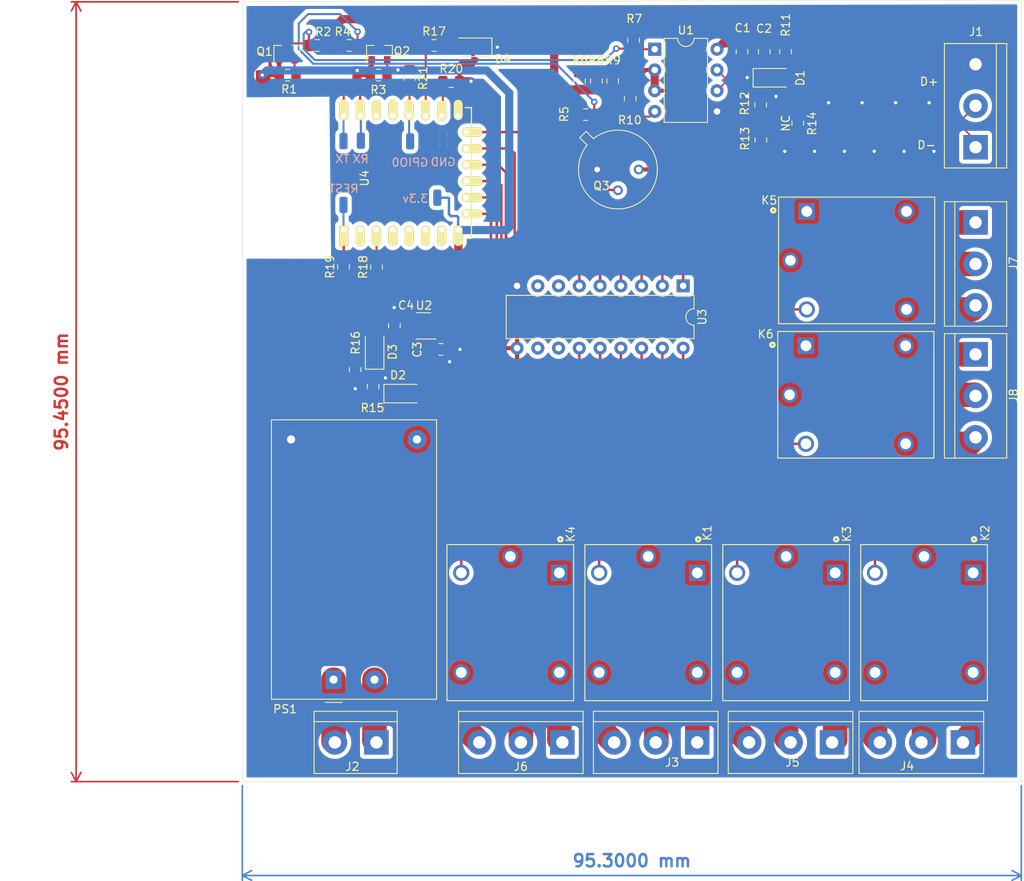
<source format=kicad_pcb>
(kicad_pcb (version 20211014) (generator pcbnew)
  (layers (0 "F.Cu" signal) (31 "B.Cu" signal) (34 "B.Paste" user) (35 "F.Paste" user) (36 "B.SilkS" user "B.Silkscreen") (37 "F.SilkS" user "F.Silkscreen") (38 "B.Mask" user) (39 "F.Mask" user) (44 "Edge.Cuts" user))
  (net 0 "")
  (net 1 "GND")
  (net 2 "+5V")
  (net 3 "+3V3")
  (net 4 "Net-(D1-Pad2)")
  (net 5 "Net-(D2-Pad1)")
  (net 6 "Net-(D3-Pad1)")
  (net 7 "Net-(D4-Pad2)")
  (net 8 "/MAX485CIRCUIT/RS485-")
  (net 9 "/MAX485CIRCUIT/RS485+")
  (net 10 "Net-(J2-Pad2)")
  (net 11 "Net-(J2-Pad1)")
  (net 12 "Net-(J3-Pad3)")
  (net 13 "Net-(J3-Pad2)")
  (net 14 "Net-(J3-Pad1)")
  (net 15 "Net-(J4-Pad3)")
  (net 16 "Net-(J4-Pad2)")
  (net 17 "Net-(J4-Pad1)")
  (net 18 "Net-(J5-Pad3)")
  (net 19 "Net-(J5-Pad2)")
  (net 20 "Net-(J5-Pad1)")
  (net 21 "Net-(J6-Pad3)")
  (net 22 "Net-(J6-Pad2)")
  (net 23 "Net-(J6-Pad1)")
  (net 24 "/relays/RELAY1")
  (net 25 "/relays/RELAY2")
  (net 26 "/relays/RELAY3")
  (net 27 "/relays/RELAY4")
  (net 28 "RX")
  (net 29 "TXD")
  (net 30 "TX")
  (net 31 "RXD")
  (net 32 "Net-(Q3-Pad2)")
  (net 33 "Net-(Q3-Pad3)")
  (net 34 "/maincontroller/GPIO2")
  (net 35 "/maincontroller/EN")
  (net 36 "/maincontroller/REST")
  (net 37 "/maincontroller/GPIO15")
  (net 38 "/maincontroller/GPIO0")
  (net 45 "GPIO16")
  (net 46 "GPIO12")
  (net 47 "GPIO14")
  (net 48 "GPIO13")
  (net 55 "Net-(J7-Pad3)")
  (net 56 "Net-(J7-Pad2)")
  (net 57 "Net-(J7-Pad1)")
  (net 58 "Net-(J8-Pad3)")
  (net 59 "Net-(J8-Pad2)")
  (net 60 "Net-(J8-Pad1)")
  (net 61 "GPIO10")
  (net 62 "GPIO11")
  (net 63 "/relays/RELAY6")
  (net 64 "/relays/RELAY5")
  (footprint "Capacitor_SMD:C_0805_2012Metric_Pad1.15x1.40mm_HandSolder" (layer "F.Cu") (at 162.975 49.65 -90)
    (fp_text reference "C1")
    (fp_text value "10uf")
  )
  (footprint "Capacitor_SMD:C_0805_2012Metric_Pad1.15x1.40mm_HandSolder" (layer "F.Cu") (at 165.7 49.65 -90)
    (fp_text reference "C2")
    (fp_text value "0.1uf")
  )
  (footprint "Resistor_SMD:R_0805_2012Metric_Pad1.15x1.40mm_HandSolder" (layer "F.Cu") (at 126.145 86.095)
    (fp_text reference "C3")
    (fp_text value "1uf" hide)
  )
  (footprint "Resistor_SMD:R_0805_2012Metric_Pad1.15x1.40mm_HandSolder" (layer "F.Cu") (at 120.45 83.2 90)
    (fp_text reference "C4")
    (fp_text value "1uf" hide)
  )
  (footprint "LED_SMD:LED_1206_3216Metric_Pad1.42x1.75mm_HandSolder" (layer "F.Cu") (at 166.8 52.85)
    (fp_text reference "D1")
    (fp_text value "LED_Small")
  )
  (footprint "LED_SMD:LED_1206_3216Metric_Pad1.42x1.75mm_HandSolder" (layer "F.Cu") (at 121.625 91.505)
    (fp_text reference "D2")
    (fp_text value "POWER_5LED" hide)
  )
  (footprint "LED_SMD:LED_1206_3216Metric_Pad1.42x1.75mm_HandSolder" (layer "F.Cu") (at 118.035 86.055 90)
    (fp_text reference "D3")
    (fp_text value "POWER_3.3LED")
  )
  (footprint "LED_SMD:LED_1206_3216Metric_Pad1.42x1.75mm_HandSolder" (layer "F.Cu") (at 129.92004 49.11008 180)
    (fp_text reference "D4")
    (fp_text value "LED")
  )
  (footprint "TerminalBlock:TerminalBlock_bornier-3_P5.08mm" (layer "F.Cu") (at 191.55 61.35 90)
    (fp_text reference "J1")
    (fp_text value "Screw_Terminal_01x03")
  )
  (footprint "TerminalBlock:TerminalBlock_bornier-2_P5.08mm" (layer "F.Cu") (at 118.251 134.2 180)
    (fp_text reference "J2")
    (fp_text value "Screw_Terminal_01x02")
  )
  (footprint "TerminalBlock:TerminalBlock_bornier-3_P5.08mm" (layer "F.Cu") (at 157.5 134.2 180)
    (fp_text reference "J3")
    (fp_text value "Screw_Terminal_01x03")
  )
  (footprint "TerminalBlock:TerminalBlock_bornier-3_P5.08mm" (layer "F.Cu") (at 190 134.2 180)
    (fp_text reference "J4")
    (fp_text value "Screw_Terminal_01x03")
  )
  (footprint "TerminalBlock:TerminalBlock_bornier-3_P5.08mm" (layer "F.Cu") (at 174 134.2 180)
    (fp_text reference "J5")
    (fp_text value "Screw_Terminal_01x03")
  )
  (footprint "TerminalBlock:TerminalBlock_bornier-3_P5.08mm" (layer "F.Cu") (at 141 134.2 180)
    (fp_text reference "J6")
    (fp_text value "Screw_Terminal_01x03")
  )
  (footprint "SRD-05VDC-SL-C:RELAY_SRD-05VDC-SL-C" (layer "F.Cu") (at 151.50549 119.54104 -90)
    (fp_text reference "K1")
    (fp_text value "SRD-05VDC-SL-C")
  )
  (footprint "SRD-05VDC-SL-C:RELAY_SRD-05VDC-SL-C" (layer "F.Cu") (at 185.25 119.54104 -90)
    (fp_text reference "K2")
    (fp_text value "SRD-05VDC-SL-C")
  )
  (footprint "SRD-05VDC-SL-C:RELAY_SRD-05VDC-SL-C" (layer "F.Cu") (at 168.377745 119.54104 -90)
    (fp_text reference "K3")
    (fp_text value "SRD-05VDC-SL-C")
  )
  (footprint "SRD-05VDC-SL-C:RELAY_SRD-05VDC-SL-C" (layer "F.Cu") (at 134.633235 119.54104 -90)
    (fp_text reference "K4")
    (fp_text value "SRD-05VDC-SL-C")
  )
  (footprint "Converter_ACDC:Converter_ACDC_HiLink_HLK-PMxx" (layer "F.Cu") (at 113.01098 126.51604 90)
    (fp_text reference "PS1")
    (fp_text value "HLK-PM01")
  )
  (footprint "Package_TO_SOT_SMD:SOT-23" (layer "F.Cu") (at 107.29024 49.64008 90)
    (fp_text reference "Q1")
    (fp_text value "BSS138")
  )
  (footprint "Package_TO_SOT_SMD:SOT-23" (layer "F.Cu") (at 118.62372 49.64008 90)
    (fp_text reference "Q2")
    (fp_text value "BSS138")
  )
  (footprint "Package_TO_SOT_THT:TO-39-3" (layer "F.Cu") (at 145.26 64.075)
    (fp_text reference "Q3")
    (fp_text value "2N2219")
  )
  (footprint "Resistor_SMD:R_0805_2012Metric_Pad1.15x1.40mm_HandSolder" (layer "F.Cu") (at 107.39024 52.53314)
    (fp_text reference "R1")
    (fp_text value "10k" hide)
  )
  (footprint "Resistor_SMD:R_0805_2012Metric_Pad1.15x1.40mm_HandSolder" (layer "F.Cu") (at 111.00466 48.89008 180)
    (fp_text reference "R2")
    (fp_text value "10k")
  )
  (footprint "Resistor_SMD:R_0805_2012Metric_Pad1.15x1.40mm_HandSolder" (layer "F.Cu") (at 118.52372 52.5179)
    (fp_text reference "R3")
    (fp_text value "10k")
  )
  (footprint "Resistor_SMD:R_0805_2012Metric_Pad1.15x1.40mm_HandSolder" (layer "F.Cu") (at 114.91626 48.89008)
    (fp_text reference "R4")
    (fp_text value "10k")
  )
  (footprint "Resistor_SMD:R_0805_2012Metric_Pad1.15x1.40mm_HandSolder" (layer "F.Cu") (at 143.85 57.35 180)
    (fp_text reference "R5")
    (fp_text value "1K")
  )
  (footprint "Resistor_SMD:R_0805_2012Metric_Pad1.15x1.40mm_HandSolder" (layer "F.Cu") (at 143.1 53.25 90)
    (fp_text reference "R6")
    (fp_text value "10K")
  )
  (footprint "Resistor_SMD:R_0805_2012Metric_Pad1.15x1.40mm_HandSolder" (layer "F.Cu") (at 149.7 48.25 -90)
    (fp_text reference "R7")
    (fp_text value "10K" hide)
  )
  (footprint "Resistor_SMD:R_0805_2012Metric_Pad1.15x1.40mm_HandSolder" (layer "F.Cu") (at 145.15 53.25 90)
    (fp_text reference "R8")
    (fp_text value "10K")
  )
  (footprint "Resistor_SMD:R_0805_2012Metric_Pad1.15x1.40mm_HandSolder" (layer "F.Cu") (at 147.15 53.25 90)
    (fp_text reference "R9")
    (fp_text value "10K")
  )
  (footprint "Resistor_SMD:R_0805_2012Metric_Pad1.15x1.40mm_HandSolder" (layer "F.Cu") (at 149.3 55.4 -90)
    (fp_text reference "R10")
    (fp_text value "10K")
  )
  (footprint "Resistor_SMD:R_0805_2012Metric_Pad1.15x1.40mm_HandSolder" (layer "F.Cu") (at 168.3 49.65 -90)
    (fp_text reference "R11")
    (fp_text value "1K")
  )
  (footprint "Resistor_SMD:R_0805_2012Metric_Pad1.15x1.40mm_HandSolder" (layer "F.Cu") (at 165.255 56.15 -90)
    (fp_text reference "R12")
    (fp_text value "20K")
  )
  (footprint "Resistor_SMD:R_0805_2012Metric_Pad1.15x1.40mm_HandSolder" (layer "F.Cu") (at 165.285 60.465 -90)
    (fp_text reference "R13")
    (fp_text value "20K")
  )
  (footprint "Resistor_SMD:R_0805_2012Metric_Pad1.15x1.40mm_HandSolder" (layer "F.Cu") (at 169.8 58.4 90)
    (fp_text reference "R14")
    (fp_text value "120NC")
  )
  (footprint "Resistor_SMD:R_0805_2012Metric_Pad1.15x1.40mm_HandSolder" (layer "F.Cu") (at 117.855 90.625 -90)
    (fp_text reference "R15")
    (fp_text value "330R" hide)
  )
  (footprint "Resistor_SMD:R_0805_2012Metric_Pad1.15x1.40mm_HandSolder" (layer "F.Cu") (at 115.655 88.575 90)
    (fp_text reference "R16")
    (fp_text value "330R" hide)
  )
  (footprint "Resistor_SMD:R_0805_2012Metric_Pad1.15x1.40mm_HandSolder" (layer "F.Cu") (at 125.3104 48.89008 180)
    (fp_text reference "R17")
    (fp_text value "1k")
  )
  (footprint "Resistor_SMD:R_0805_2012Metric_Pad1.15x1.40mm_HandSolder" (layer "F.Cu") (at 118.26906 76.0129 90)
    (fp_text reference "R18")
    (fp_text value "10K" hide)
  )
  (footprint "Resistor_SMD:R_0805_2012Metric_Pad1.15x1.40mm_HandSolder" (layer "F.Cu") (at 114.2322 75.9875 90)
    (fp_text reference "R19")
    (fp_text value "10K" hide)
  )
  (footprint "Resistor_SMD:R_0805_2012Metric_Pad1.15x1.40mm_HandSolder" (layer "F.Cu") (at 127.39782 53.31292)
    (fp_text reference "R20")
    (fp_text value "10K")
  )
  (footprint "Resistor_SMD:R_0805_2012Metric_Pad1.15x1.40mm_HandSolder" (layer "F.Cu") (at 122.30004 52.89636 -90)
    (fp_text reference "R21")
    (fp_text value "10K")
  )
  (footprint "Package_DIP:DIP-8_W7.62mm" (layer "F.Cu") (at 152.3 49.35)
    (fp_text reference "U1")
    (fp_text value "MAX485E")
  )
  (footprint "Package_TO_SOT_SMD:SOT-23-5" (layer "F.Cu") (at 123.99648 83.21602 180)
    (fp_text reference "U2")
    (fp_text value "AP2112K-3.3" hide)
  )
  (footprint "ESP8266:ESP-12E" (layer "F.Cu") (at 114.25586 71.48662 90)
    (fp_text reference "U4")
    (fp_text value "ESP-12E" hide)
  )
  (footprint "TerminalBlock:TerminalBlock_bornier-3_P5.08mm" (layer "F.Cu") (at 191.55 70.55 -90)
    (fp_text reference "J7")
    (fp_text value "Screw_Terminal_01x03")
  )
  (footprint "TerminalBlock:TerminalBlock_bornier-3_P5.08mm" (layer "F.Cu") (at 191.55 86.7 -90)
    (fp_text reference "J8")
    (fp_text value "Screw_Terminal_01x03")
  )
  (footprint "SRD-05VDC-SL-C:RELAY_SRD-05VDC-SL-C" (layer "F.Cu") (at 177 75.2)
    (fp_text reference "K5")
    (fp_text value "SRD-05VDC-SL-C")
  )
  (footprint "SRD-05VDC-SL-C:RELAY_SRD-05VDC-SL-C" (layer "F.Cu") (at 176.9 91.65)
    (fp_text reference "K6")
    (fp_text value "SRD-05VDC-SL-C")
  )
  (footprint "Package_DIP:DIP-18_W7.62mm" (layer "F.Cu") (at 155.7766 78.3154 -90)
    (fp_text reference "U3")
    (fp_text value "ULN2803A")
  )
  (footprint "Connector_Wire:SolderWirePad_1x01_SMD_1x2mm" (layer "B.Cu") (at 114.225 68.4 180)
    (fp_text reference "REST")
    (fp_text value "SolderWirePad_1x01_SMD_1x2mm")
  )
  (footprint "Connector_Wire:SolderWirePad_1x01_SMD_1x2mm" (layer "B.Cu") (at 114.225 60.6 180)
    (fp_text reference "TX")
    (fp_text value "SolderWirePad_1x01_SMD_1x2mm")
  )
  (footprint "Connector_Wire:SolderWirePad_1x01_SMD_1x2mm" (layer "B.Cu") (at 122.375 60.625 180)
    (fp_text reference "GPIO0")
    (fp_text value "SolderWirePad_1x01_SMD_1x2mm")
  )
  (footprint "Connector_Wire:SolderWirePad_1x01_SMD_1x2mm" (layer "B.Cu") (at 125.7 67.525 180)
    (fp_text reference "3.3v")
    (fp_text value "SolderWirePad_1x01_SMD_1x2mm")
  )
  (footprint "Connector_Wire:SolderWirePad_1x01_SMD_1x2mm" (layer "B.Cu") (at 116.35 60.55 180)
    (fp_text reference "RX")
    (fp_text value "SolderWirePad_1x01_SMD_1x2mm")
  )
  (footprint "Connector_Wire:SolderWirePad_1x01_SMD_1x2mm" (layer "B.Cu") (at 126.425 60.375 180)
    (fp_text reference "GND")
    (fp_text value "SolderWirePad_1x01_SMD_1x2mm")
  )
  (gr_line (start 197.15 139) (end 193.5 139) (layer "Edge.Cuts") (width 0.05))
  (gr_line (start 101.85 139) (end 101.85 43.55) (layer "Edge.Cuts") (width 0.05))
  (gr_line (start 197.15 43.35) (end 197.15 139) (layer "Edge.Cuts") (width 0.05))
  (gr_line (start 196.6 43.35) (end 197.15 43.35) (layer "Edge.Cuts") (width 0.05))
  (gr_line (start 101.85 43.55) (end 196.6 43.35) (layer "Edge.Cuts") (width 0.05))
  (gr_line (start 193.5 139) (end 101.85 139) (layer "Edge.Cuts") (width 0.05))
  (gr_text "NC" (at 168.325 58.405 90) (layer "F.SilkS") (effects (font (size 1 1))))
  (gr_text "D+" (at 185.8602 53.3118) (layer "F.SilkS") (effects (font (size 1 1))))
  (gr_text "D-\n" (at 185.55 61.075) (layer "F.SilkS") (effects (font (size 1 1))))
  (dimension (type aligned) (layer "F.Cu") (pts (xy 101.85 43.55) (xy 101.85 139)) (height 20.333) (gr_text "95.4500 mm" (at 79.717 91.275 90) (layer "F.Cu") (effects (font (size 1.5 1.5) (thickness 0.3)))) (format (units 3) (units_format 1) (precision 4)) (style (thickness 0.2) (arrow_length 1.27) (text_position_mode 0) (extension_height 0.58642) (extension_offset 0.5) keep_text_aligned))
  (dimension (type aligned) (layer "B.Cu") (pts (xy 101.85 139) (xy 197.15 139)) (height 11.4922) (gr_text "95.3000 mm" (at 149.5 148.6922) (layer "B.Cu") (effects (font (size 1.5 1.5) (thickness 0.3)))) (format (units 3) (units_format 1) (precision 4)) (style (thickness 0.2) (arrow_length 1.27) (text_position_mode 0) (extension_height 0.58642) (extension_offset 0.5) keep_text_aligned))
  (segment (start 126.81362 83.21602) (end 127.17 83.5724) (width 0.5) (layer "F.Cu") (net 1))
  (segment (start 131.40754 49.11008) (end 133.03992 49.11008) (width 1) (layer "F.Cu") (net 1))
  (segment (start 120.425 82.25) (end 120.425 80.975) (width 1) (layer "F.Cu") (net 1))
  (segment (start 125.09648 83.21602) (end 126.81362 83.21602) (width 0.5) (layer "F.Cu") (net 1))
  (segment (start 127.17 83.5724) (end 127.17 86.095) (width 0.5) (layer "F.Cu") (net 1))
  (segment (start 119.34 89.6) (end 119.355 89.585) (width 1) (layer "F.Cu") (net 1))
  (segment (start 117.855 89.6) (end 119.34 89.6) (width 1) (layer "F.Cu") (net 1))
  (segment (start 115.655 90.905) (end 115.655 89.6) (width 1) (layer "F.Cu") (net 1))
  (segment (start 128.46074 53.275) (end 129.825 53.275) (width 1) (layer "F.Cu") (net 1))
  (segment (start 127.205 87.605) (end 127.205 86.13) (width 1) (layer "F.Cu") (net 1))
  (segment (start 133.03992 49.11008) (end 133.05 49.1) (width 1) (layer "F.Cu") (net 1))
  (segment (start 117.855 89.6) (end 115.655 89.6) (width 1) (layer "F.Cu") (net 1))
  (segment (start 127.17 86.095) (end 128.475 86.095) (width 1) (layer "F.Cu") (net 1))
  (via (at 181.768532 55.9004) (size 0.8) (drill 0.4) (layers "F.Cu" "B.Cu") (net 1))
  (via (at 168.205 61.8462) (size 0.8) (drill 0.4) (layers "F.Cu" "B.Cu") (net 1))
  (via (at 186.455 61.8462) (size 0.8) (drill 0.4) (layers "F.Cu" "B.Cu") (net 1))
  (via (at 182.805 61.8462) (size 0.8) (drill 0.4) (layers "F.Cu" "B.Cu") (net 1))
  (via (at 163.615 52.815) (size 0.8) (drill 0.4) (layers "F.Cu" "B.Cu") (net 1))
  (via (at 133.05 49.1) (size 0.8) (drill 0.4) (layers "F.Cu" "B.Cu") (net 1))
  (via (at 173.5728 55.9004) (size 0.8) (drill 0.4) (layers "F.Cu" "B.Cu") (net 1))
  (via (at 177.670666 55.9004) (size 0.8) (drill 0.4) (layers "F.Cu" "B.Cu") (net 1))
  (via (at 179.155 61.8462) (size 0.8) (drill 0.4) (layers "F.Cu" "B.Cu") (net 1))
  (via (at 185.8664 55.9004) (size 0.8) (drill 0.4) (layers "F.Cu" "B.Cu") (net 1))
  (via (at 127.205 87.605) (size 0.8) (drill 0.4) (layers "F.Cu" "B.Cu") (net 1))
  (via (at 120.425 80.975) (size 0.8) (drill 0.4) (layers "F.Cu" "B.Cu") (net 1))
  (via (at 175.505 61.8462) (size 0.8) (drill 0.4) (layers "F.Cu" "B.Cu") (net 1))
  (via (at 163.565 55.105) (size 0.8) (drill 0.4) (layers "F.Cu" "B.Cu") (net 1))
  (via (at 167.135 55.125) (size 0.8) (drill 0.4) (layers "F.Cu" "B.Cu") (net 1))
  (via (at 171.855 61.8462) (size 0.8) (drill 0.4) (layers "F.Cu" "B.Cu") (net 1))
  (via (at 119.355 89.585) (size 0.8) (drill 0.4) (layers "F.Cu" "B.Cu") (net 1))
  (via (at 129.825 53.275) (size 0.8) (drill 0.4) (layers "F.Cu" "B.Cu") (net 1))
  (via (at 128.475 86.095) (size 0.8) (drill 0.4) (layers "F.Cu" "B.Cu") (net 1))
  (via (at 115.655 90.905) (size 0.8) (drill 0.4) (layers "F.Cu" "B.Cu") (net 1))
  (segment (start 128.25586 58.19414) (end 127.625 58.825) (width 0.3) (layer "B.Cu") (net 1))
  (segment (start 127.625 58.825) (end 127.55 58.9) (width 0.3) (layer "B.Cu") (net 1))
  (segment (start 126.775 58.9) (end 126.425 59.25) (width 0.3) (layer "B.Cu") (net 1))
  (segment (start 126.825 58.9) (end 126.775 58.9) (width 0.3) (layer "B.Cu") (net 1))
  (segment (start 128.25586 57.48662) (end 128.25586 58.19414) (width 0.3) (layer "B.Cu") (net 1))
  (segment (start 126.425 59.25) (end 126.425 61) (width 0.3) (layer "B.Cu") (net 1))
  (segment (start 127.55 58.9) (end 126.825 58.9) (width 0.3) (layer "B.Cu") (net 1))
  (segment (start 165.7 46.05) (end 165.7 48.625) (width 0.5) (layer "F.Cu") (net 2))
  (segment (start 125.12 86.095) (end 125.12 84.52) (width 1) (layer "F.Cu") (net 2))
  (segment (start 123.1125 91.505) (end 124.625 91.505) (width 1) (layer "F.Cu") (net 2))
  (segment (start 162.25 45.15) (end 164.8 45.15) (width 0.5) (layer "F.Cu") (net 2))
  (segment (start 155.8 47.15) (end 155.8 45.775) (width 0.5) (layer "F.Cu") (net 2))
  (segment (start 143.2 54.375) (end 143.1 54.275) (width 1) (layer "F.Cu") (net 2))
  (segment (start 112.90992 46.84008) (end 114.075 45.675) (width 1) (layer "F.Cu") (net 2))
  (segment (start 164.8 45.15) (end 165.7 46.05) (width 0.5) (layer "F.Cu") (net 2))
  (segment (start 165.675 70.975) (end 162.225 70.975) (width 1) (layer "F.Cu") (net 2))
  (segment (start 155.875 47.225) (end 155.8 47.15) (width 0.5) (layer "F.Cu") (net 2))
  (segment (start 124.25898 82.26602) (end 124.05 82.475) (width 0.25) (layer "F.Cu") (net 2))
  (segment (start 156.425 45.15) (end 162.25 45.15) (width 0.5) (layer "F.Cu") (net 2))
  (segment (start 123.1125 91.505) (end 123.1125 97.01756) (width 1) (layer "F.Cu") (net 2))
  (segment (start 140.6 54.275) (end 143.1 54.275) (width 1) (layer "F.Cu") (net 2))
  (segment (start 125.125 91.005) (end 125.125 86.1) (width 1) (layer "F.Cu") (net 2))
  (segment (start 149.7 46.25) (end 149.7 47.225) (width 1) (layer "F.Cu") (net 2))
  (segment (start 140.85 47.225) (end 139.975 48.1) (width 1) (layer "F.Cu") (net 2))
  (segment (start 162.225 62.725) (end 162.225 70.975) (width 0.3) (layer "F.Cu") (net 2))
  (segment (start 162.975 45.875) (end 162.975 48.625) (width 0.5) (layer "F.Cu") (net 2))
  (segment (start 168.3 48.625) (end 168.3 46.075) (width 0.5) (layer "F.Cu") (net 2))
  (segment (start 124.05 84.025) (end 124.19102 84.16602) (width 0.25) (layer "F.Cu") (net 2))
  (segment (start 160.645 48.625) (end 159.92 49.35) (width 1) (layer "F.Cu") (net 2))
  (segment (start 167.375 45.15) (end 164.8 45.15) (width 0.5) (layer "F.Cu") (net 2))
  (segment (start 162.225 70.975) (end 159.925 70.975) (width 1) (layer "F.Cu") (net 2))
  (segment (start 124.05 82.475) (end 124.05 84.025) (width 0.25) (layer "F.Cu") (net 2))
  (segment (start 124.625 91.505) (end 125.125 91.005) (width 1) (layer "F.Cu") (net 2))
  (segment (start 114.075 45.675) (end 149.125 45.675) (width 1) (layer "F.Cu") (net 2))
  (segment (start 155.8 45.775) (end 156.425 45.15) (width 0.5) (layer "F.Cu") (net 2))
  (segment (start 112.02966 48.89008) (end 112.90992 48.89008) (width 1) (layer "F.Cu") (net 2))
  (segment (start 139.975 48.1) (end 140 48.125) (width 1) (layer "F.Cu") (net 2))
  (segment (start 163.875 61.075) (end 162.225 62.725) (width 0.3) (layer "F.Cu") (net 2))
  (segment (start 149.3 54.375) (end 143.2 54.375) (width 1) (layer "F.Cu") (net 2))
  (segment (start 149.7 47.225) (end 140.85 47.225) (width 1) (layer "F.Cu") (net 2))
  (segment (start 140 48.125) (end 140 53.675) (width 1) (layer "F.Cu") (net 2))
  (segment (start 168.3 48.625) (end 162.975 48.625) (width 1) (layer "F.Cu") (net 2))
  (segment (start 125.12 84.52) (end 125.095 84.495) (width 1) (layer "F.Cu") (net 2))
  (segment (start 124.19102 84.16602) (end 125.09648 84.16602) (width 0.25) (layer "F.Cu") (net 2))
  (segment (start 162.25 45.15) (end 162.975 45.875) (width 0.5) (layer "F.Cu") (net 2))
  (segment (start 112.90992 48.89008) (end 113.89126 48.89008) (width 1) (layer "F.Cu") (net 2))
  (segment (start 149.125 45.675) (end 149.7 46.25) (width 1) (layer "F.Cu") (net 2))
  (segment (start 162.975 48.625) (end 160.645 48.625) (width 1) (layer "F.Cu") (net 2))
  (segment (start 165.255 61.075) (end 163.875 61.075) (width 0.3) (layer "F.Cu") (net 2))
  (segment (start 149.7 47.225) (end 155.875 47.225) (width 0.5) (layer "F.Cu") (net 2))
  (segment (start 125.09648 82.26602) (end 124.25898 82.26602) (width 0.25) (layer "F.Cu") (net 2))
  (segment (start 168.3 46.075) (end 167.375 45.15) (width 0.5) (layer "F.Cu") (net 2))
  (segment (start 159.925 70.975) (end 155.875 66.925) (width 1) (layer "F.Cu") (net 2))
  (segment (start 155.875 66.925) (end 155.875 47.225) (width 1) (layer "F.Cu") (net 2))
  (segment (start 140 53.675) (end 140.6 54.275) (width 1) (layer "F.Cu") (net 2))
  (segment (start 112.90992 48.89008) (end 112.90992 46.84008) (width 1) (layer "F.Cu") (net 2))
  (segment (start 118.185 77.12196) (end 118.26906 77.0379) (width 1) (layer "F.Cu") (net 3))
  (segment (start 118.185 84.4175) (end 118.185 77.12196) (width 1) (layer "F.Cu") (net 3))
  (segment (start 118.3075 84.225) (end 117.975 84.5575) (width 1) (layer "F.Cu") (net 3))
  (segment (start 114.2322 77.0125) (end 118.24366 77.0125) (width 1) (layer "F.Cu") (net 3))
  (segment (start 120.45 84.225) (end 118.3775 84.225) (width 1) (layer "F.Cu") (net 3))
  (segment (start 118.26906 77.0379) (end 127.3121 77.0379) (width 1) (layer "F.Cu") (net 3))
  (segment (start 127.3121 77.0379) (end 128.275 76.075) (width 1) (layer "F.Cu") (net 3))
  (segment (start 118.3775 84.225) (end 118.035 84.5675) (width 1) (layer "F.Cu") (net 3))
  (segment (start 122.8625 84.2) (end 120.475 84.2) (width 1) (layer "F.Cu") (net 3))
  (segment (start 122.30004 51.87136) (end 120.87864 51.87136) (width 0.5) (layer "F.Cu") (net 3))
  (segment (start 128.275 76.075) (end 128.275 71.50576) (width 1) (layer "F.Cu") (net 3))
  (segment (start 122.89648 84.16602) (end 122.8625 84.2) (width 1) (layer "F.Cu") (net 3))
  (via (at 115.9 51.95) (size 0.8) (drill 0.4) (layers "F.Cu" "B.Cu") (net 3))
  (via (at 104.29 52.51) (size 0.8) (drill 0.4) (layers "F.Cu" "B.Cu") (net 3))
  (via (at 120.885 51.885) (size 0.8) (drill 0.4) (layers "F.Cu" "B.Cu") (net 3))
  (segment (start 120.8 51.95) (end 115.9 51.95) (width 1) (layer "B.Cu") (net 3))
  (segment (start 131.75 51.95) (end 120.8 51.95) (width 1) (layer "B.Cu") (net 3))
  (segment (start 104.85 51.95) (end 104.29 52.51) (width 1) (layer "B.Cu") (net 3))
  (segment (start 127.025 67.525) (end 127.125 67.625) (width 0.3) (layer "B.Cu") (net 3))
  (segment (start 127.125 67.625) (end 127.125 69.55) (width 0.3) (layer "B.Cu") (net 3))
  (segment (start 125.7 67.525) (end 127.025 67.525) (width 0.3) (layer "B.Cu") (net 3))
  (segment (start 134.5 54.7) (end 131.75 51.95) (width 1) (layer "B.Cu") (net 3))
  (segment (start 134.16338 71.48662) (end 134.5 71.15) (width 1) (layer "B.Cu") (net 3))
  (segment (start 128.25586 69.90586) (end 128.25586 71.48662) (width 0.3) (layer "B.Cu") (net 3))
  (segment (start 127.125 69.55) (end 127.35 69.775) (width 0.3) (layer "B.Cu") (net 3))
  (segment (start 115.9 51.95) (end 104.85 51.95) (width 1) (layer "B.Cu") (net 3))
  (segment (start 134.5 71.15) (end 134.5 54.7) (width 1) (layer "B.Cu") (net 3))
  (segment (start 127.35 69.775) (end 128.125 69.775) (width 0.3) (layer "B.Cu") (net 3))
  (segment (start 128.25586 71.48662) (end 134.16338 71.48662) (width 1) (layer "B.Cu") (net 3))
  (segment (start 128.125 69.775) (end 128.25586 69.90586) (width 0.3) (layer "B.Cu") (net 3))
  (segment (start 168.3 50.675) (end 168.3 52.8375) (width 0.25) (layer "F.Cu") (net 4))
  (segment (start 117.855 91.65) (end 119.9925 91.65) (width 1) (layer "F.Cu") (net 5))
  (segment (start 117.975 87.5325) (end 115.6725 87.5325) (width 0.5) (layer "F.Cu") (net 6))
  (segment (start 126.3354 48.89008) (end 128.21254 48.89008) (width 0.25) (layer "F.Cu") (net 7))
  (segment (start 165.505 58.775) (end 165.505 59.22) (width 0.2) (layer "F.Cu") (net 8))
  (segment (start 159.92 54.43) (end 160.964999 53.385001) (width 0.2) (layer "F.Cu") (net 8))
  (segment (start 160.964999 53.385001) (end 161.216801 53.385001) (width 0.2) (layer "F.Cu") (net 8))
  (segment (start 162.5373 58.5655) (end 165.2955 58.5655) (width 0.2) (layer "F.Cu") (net 8))
  (segment (start 165.2955 58.5655) (end 165.505 58.775) (width 0.2) (layer "F.Cu") (net 8))
  (segment (start 169.8 59.425) (end 165.655 59.425) (width 0.25) (layer "F.Cu") (net 8))
  (segment (start 189.615 58.625) (end 189.625 58.615) (width 0.2) (layer "F.Cu") (net 8))
  (segment (start 161.79 57.8182) (end 162.5373 58.5655) (width 0.2) (layer "F.Cu") (net 8))
  (segment (start 165.505 59.22) (end 165.285 59.44) (width 0.2) (layer "F.Cu") (net 8))
  (segment (start 170.599999 58.625001) (end 189.615 58.625) (width 0.2) (layer "F.Cu") (net 8))
  (segment (start 169.8 59.425) (end 170.599999 58.625001) (width 0.2) (layer "F.Cu") (net 8))
  (segment (start 191.55 60.54) (end 191.55 61.35) (width 0.2) (layer "F.Cu") (net 8))
  (segment (start 161.216801 53.385001) (end 161.79 53.9582) (width 0.2) (layer "F.Cu") (net 8))
  (segment (start 161.79 53.9582) (end 161.79 57.8182) (width 0.2) (layer "F.Cu") (net 8))
  (segment (start 189.625 58.615) (end 191.55 60.54) (width 0.2) (layer "F.Cu") (net 8))
  (segment (start 165.3045 58.1155) (end 165.475 57.945) (width 0.2) (layer "F.Cu") (net 9))
  (segment (start 162.24 53.7718) (end 162.24 57.6318) (width 0.2) (layer "F.Cu") (net 9))
  (segment (start 161.403199 52.934999) (end 162.24 53.7718) (width 0.2) (layer "F.Cu") (net 9))
  (segment (start 160.964999 52.934999) (end 161.403199 52.934999) (width 0.2) (layer "F.Cu") (net 9))
  (segment (start 162.7237 58.1155) (end 165.3045 58.1155) (width 0.2) (layer "F.Cu") (net 9))
  (segment (start 162.24 57.6318) (end 162.7237 58.1155) (width 0.2) (layer "F.Cu") (net 9))
  (segment (start 169.8 57.375) (end 165.455 57.375) (width 0.25) (layer "F.Cu") (net 9))
  (segment (start 165.475 57.395) (end 165.255 57.175) (width 0.2) (layer "F.Cu") (net 9))
  (segment (start 170.599999 58.174999) (end 189.645 58.175) (width 0.2) (layer "F.Cu") (net 9))
  (segment (start 169.8 57.375) (end 170.599999 58.174999) (width 0.2) (layer "F.Cu") (net 9))
  (segment (start 159.92 51.89) (end 160.964999 52.934999) (width 0.2) (layer "F.Cu") (net 9))
  (segment (start 165.475 57.945) (end 165.475 57.395) (width 0.2) (layer "F.Cu") (net 9))
  (segment (start 189.645 58.175) (end 191.55 56.27) (width 0.2) (layer "F.Cu") (net 9))
  (segment (start 113.01098 134.03998) (end 113.171 134.2) (width 3) (layer "F.Cu") (net 10))
  (segment (start 113.01098 126.51604) (end 113.01098 134.03998) (width 3) (layer "F.Cu") (net 10))
  (segment (start 118.01098 133.95998) (end 118.251 134.2) (width 3) (layer "F.Cu") (net 11))
  (segment (start 118.01098 126.51604) (end 118.01098 133.95998) (width 3) (layer "F.Cu") (net 11))
  (segment (start 145.50549 125.64104) (end 145.50549 132.36549) (width 3) (layer "F.Cu") (net 12))
  (segment (start 145.50549 132.36549) (end 147.34 134.2) (width 3) (layer "F.Cu") (net 12))
  (segment (start 151.50549 111.44104) (end 152.5 112.43555) (width 3) (layer "F.Cu") (net 13))
  (segment (start 152.5 134.12) (end 152.42 134.2) (width 3) (layer "F.Cu") (net 13))
  (segment (start 152.5 112.43555) (end 152.5 134.12) (width 3) (layer "F.Cu") (net 13))
  (segment (start 157.50549 125.64104) (end 157.50549 134.19451) (width 3) (layer "F.Cu") (net 14))
  (segment (start 157.50549 134.19451) (end 157.5 134.2) (width 3) (layer "F.Cu") (net 14))
  (segment (start 179.25 125.64104) (end 179.25 133.61) (width 3) (layer "F.Cu") (net 15))
  (segment (start 179.25 133.61) (end 179.84 134.2) (width 3) (layer "F.Cu") (net 15))
  (segment (start 185.25 111.44104) (end 185.25 133.87) (width 3) (layer "F.Cu") (net 16))
  (segment (start 185.25 133.87) (end 184.92 134.2) (width 3) (layer "F.Cu") (net 16))
  (segment (start 191.25 125.64104) (end 191.25 132.95) (width 3) (layer "F.Cu") (net 17))
  (segment (start 191.25 132.95) (end 190 134.2) (width 3) (layer "F.Cu") (net 17))
  (segment (start 162.377745 125.64104) (end 162.377745 132.737745) (width 3) (layer "F.Cu") (net 18))
  (segment (start 162.377745 132.737745) (end 163.84 134.2) (width 3) (layer "F.Cu") (net 18))
  (segment (start 168.377745 111.44104) (end 168.377745 133.657745) (width 3) (layer "F.Cu") (net 19))
  (segment (start 168.377745 133.657745) (end 168.92 134.2) (width 3) (layer "F.Cu") (net 19))
  (segment (start 174.377745 133.822255) (end 174 134.2) (width 3) (layer "F.Cu") (net 20))
  (segment (start 174.377745 125.64104) (end 174.377745 133.822255) (width 3) (layer "F.Cu") (net 20))
  (segment (start 128.633235 131.993235) (end 130.84 134.2) (width 3) (layer "F.Cu") (net 21))
  (segment (start 128.633235 125.64104) (end 128.633235 131.993235) (width 3) (layer "F.Cu") (net 21))
  (segment (start 135.92 134.2) (end 135.92 112.727805) (width 3) (layer "F.Cu") (net 22))
  (segment (start 135.92 112.727805) (end 134.633235 111.44104) (width 3) (layer "F.Cu") (net 22))
  (segment (start 140.633235 125.64104) (end 140.633235 133.833235) (width 3) (layer "F.Cu") (net 23))
  (segment (start 140.633235 133.833235) (end 141 134.2) (width 3) (layer "F.Cu") (net 23))
  (segment (start 145.6166 91.2694) (end 139.8354 97.0506) (width 0.3) (layer "F.Cu") (net 24))
  (segment (start 139.8354 97.0506) (end 139.8354 107.3122) (width 0.3) (layer "F.Cu") (net 24))
  (segment (start 144.7 108.425) (end 145.50549 109.23049) (width 0.3) (layer "F.Cu") (net 24))
  (segment (start 139.8354 107.3122) (end 140.9482 108.425) (width 0.3) (layer "F.Cu") (net 24))
  (segment (start 140.9482 108.425) (end 144.7 108.425) (width 0.3) (layer "F.Cu") (net 24))
  (segment (start 145.6166 85.9354) (end 145.6166 91.2694) (width 0.3) (layer "F.Cu") (net 24))
  (segment (start 145.50549 109.23049) (end 145.50549 113.44104) (width 0.3) (layer "F.Cu") (net 24))
  (segment (start 145.779 106.7026) (end 178.4942 106.7026) (width 0.3) (layer "F.Cu") (net 25))
  (segment (start 145.017 97.1014) (end 145.017 105.9406) (width 0.3) (layer "F.Cu") (net 25))
  (segment (start 150.6966 91.4218) (end 145.017 97.1014) (width 0.3) (layer "F.Cu") (net 25))
  (segment (start 150.6966 85.9354) (end 150.6966 91.4218) (width 0.3) (layer "F.Cu") (net 25))
  (segment (start 179.25 107.4584) (end 179.25 113.44104) (width 0.3) (layer "F.Cu") (net 25))
  (segment (start 178.4942 106.7026) (end 179.25 107.4584) (width 0.3) (layer "F.Cu") (net 25))
  (segment (start 145.017 105.9406) (end 145.779 106.7026) (width 0.3) (layer "F.Cu") (net 25))
  (segment (start 142.3246 106.7546) (end 143.365 107.795) (width 0.3) (layer "F.Cu") (net 26))
  (segment (start 143.365 107.795) (end 159.445 107.795) (width 0.3) (layer "F.Cu") (net 26))
  (segment (start 142.3246 96.8474) (end 142.3246 106.7546) (width 0.3) (layer "F.Cu") (net 26))
  (segment (start 148.1566 85.9354) (end 148.1566 91.0154) (width 0.3) (layer "F.Cu") (net 26))
  (segment (start 159.445 107.795) (end 162.377745 110.727745) (width 0.3) (layer "F.Cu") (net 26))
  (segment (start 148.1566 91.0154) (end 142.3246 96.8474) (width 0.3) (layer "F.Cu") (net 26))
  (segment (start 162.377745 110.727745) (end 162.377745 113.44104) (width 0.3) (layer "F.Cu") (net 26))
  (segment (start 138.3114 96.695) (end 143.0766 91.9298) (width 0.3) (layer "F.Cu") (net 27))
  (segment (start 128.633235 108.709965) (end 129.7262 107.617) (width 0.3) (layer "F.Cu") (net 27))
  (segment (start 138.3114 106.7026) (end 138.3114 96.695) (width 0.3) (layer "F.Cu") (net 27))
  (segment (start 129.7262 107.617) (end 137.397 107.617) (width 0.3) (layer "F.Cu") (net 27))
  (segment (start 137.397 107.617) (end 138.3114 106.7026) (width 0.3) (layer "F.Cu") (net 27))
  (segment (start 128.633235 113.44104) (end 128.633235 108.709965) (width 0.3) (layer "F.Cu") (net 27))
  (segment (start 143.0766 91.9298) (end 143.0766 85.9354) (width 0.3) (layer "F.Cu") (net 27))
  (segment (start 109.97966 48.89008) (end 109.97966 48.09008) (width 0.25) (layer "F.Cu") (net 28))
  (segment (start 152.3 49.35) (end 149.775 49.35) (width 0.25) (layer "F.Cu") (net 28))
  (segment (start 107.29024 48.64008) (end 109.72966 48.64008) (width 0.25) (layer "F.Cu") (net 28))
  (segment (start 110 48.06974) (end 110 47.25) (width 0.25) (layer "F.Cu") (net 28))
  (segment (start 147.6 49.275) (end 149.7 49.275) (width 0.25) (layer "F.Cu") (net 28))
  (segment (start 109.97966 48.09008) (end 110 48.06974) (width 0.25) (layer "F.Cu") (net 28))
  (via (at 147.6 49.275) (size 0.8) (drill 0.4) (layers "F.Cu" "B.Cu") (net 28))
  (via (at 110 47.25) (size 0.8) (drill 0.4) (layers "F.Cu" "B.Cu") (net 28))
  (segment (start 146.200022 50.674978) (end 110.711374 50.674978) (width 0.25) (layer "B.Cu") (net 28))
  (segment (start 109.575 47.25) (end 110 47.25) (width 0.25) (layer "B.Cu") (net 28))
  (segment (start 109.35 49.313604) (end 109.35 47.475) (width 0.25) (layer "B.Cu") (net 28))
  (segment (start 109.35 47.475) (end 109.575 47.25) (width 0.25) (layer "B.Cu") (net 28))
  (segment (start 147.6 49.275) (end 146.200022 50.674978) (width 0.25) (layer "B.Cu") (net 28))
  (segment (start 110.711374 50.674978) (end 109.35 49.313604) (width 0.25) (layer "B.Cu") (net 28))
  (segment (start 114.25586 56.20586) (end 114.25586 54.75586) (width 0.25) (layer "F.Cu") (net 29))
  (segment (start 108.24024 50.64008) (end 108.24024 52.35814) (width 0.25) (layer "F.Cu") (net 29))
  (segment (start 108.55 54.2) (end 108.41524 54.06524) (width 0.25) (layer "F.Cu") (net 29))
  (segment (start 114.25586 54.75586) (end 113.7 54.2) (width 0.25) (layer "F.Cu") (net 29))
  (segment (start 108.41524 54.06524) (end 108.41524 52.53314) (width 0.25) (layer "F.Cu") (net 29))
  (segment (start 113.7 54.2) (end 108.55 54.2) (width 0.25) (layer "F.Cu") (net 29))
  (segment (start 114.225 60.6) (end 114.225 57.51748) (width 0.25) (layer "B.Cu") (net 29))
  (segment (start 150.745 56.585) (end 150.745 57.475) (width 0.25) (layer "F.Cu") (net 30))
  (segment (start 147.1 57.325) (end 144.9 57.325) (width 0.25) (layer "F.Cu") (net 30))
  (segment (start 118.62372 48.64008) (end 116.19126 48.64008) (width 0.25) (layer "F.Cu") (net 30))
  (segment (start 144.9 57.325) (end 144.875 57.35) (width 0.25) (layer "F.Cu") (net 30))
  (segment (start 149.3 56.425) (end 148 56.425) (width 0.25) (layer "F.Cu") (net 30))
  (segment (start 148 56.425) (end 147.1 57.325) (width 0.25) (layer "F.Cu") (net 30))
  (segment (start 144.9 55.8) (end 144.9 57.325) (width 0.25) (layer "F.Cu") (net 30))
  (segment (start 115.94126 48.09008) (end 115.95 48.08134) (width 0.25) (layer "F.Cu") (net 30))
  (segment (start 150.745 57.475) (end 150.865 57.595) (width 0.25) (layer "F.Cu") (net 30))
  (segment (start 150.865 57.595) (end 151.675 57.595) (width 0.25) (layer "F.Cu") (net 30))
  (segment (start 149.3 56.425) (end 150.585 56.425) (width 0.25) (layer "F.Cu") (net 30))
  (segment (start 115.95 48.08134) (end 115.95 47.2) (width 0.25) (layer "F.Cu") (net 30))
  (segment (start 151.675 57.595) (end 152.3 56.97) (width 0.25) (layer "F.Cu") (net 30))
  (segment (start 150.585 56.425) (end 150.745 56.585) (width 0.25) (layer "F.Cu") (net 30))
  (segment (start 115.94126 48.89008) (end 115.94126 48.09008) (width 0.25) (layer "F.Cu") (net 30))
  (via (at 115.95 47.2) (size 0.8) (drill 0.4) (layers "F.Cu" "B.Cu") (net 30))
  (via (at 144.9 55.8) (size 0.8) (drill 0.4) (layers "F.Cu" "B.Cu") (net 30))
  (segment (start 109.9 45.05) (end 113.8 45.05) (width 0.25) (layer "B.Cu") (net 30))
  (segment (start 110.524989 51.124989) (end 108.75 49.35) (width 0.25) (layer "B.Cu") (net 30))
  (segment (start 113.8 45.05) (end 115.95 47.2) (width 0.25) (layer "B.Cu") (net 30))
  (segment (start 144.9 55.8) (end 140.224989 51.124989) (width 0.25) (layer "B.Cu") (net 30))
  (segment (start 108.75 46.2) (end 109.9 45.05) (width 0.25) (layer "B.Cu") (net 30))
  (segment (start 140.224989 51.124989) (end 110.524989 51.124989) (width 0.25) (layer "B.Cu") (net 30))
  (segment (start 108.75 49.35) (end 108.75 46.2) (width 0.25) (layer "B.Cu") (net 30))
  (segment (start 119.57372 50.64008) (end 119.57372 52.4929) (width 0.25) (layer "F.Cu") (net 31))
  (segment (start 116.25586 54.76914) (end 116.65 54.375) (width 0.25) (layer "F.Cu") (net 31))
  (segment (start 119.54872 54.10128) (end 119.54872 52.5179) (width 0.25) (layer "F.Cu") (net 31))
  (segment (start 119.275 54.375) (end 119.54872 54.10128) (width 0.25) (layer "F.Cu") (net 31))
  (segment (start 116.65 54.375) (end 119.275 54.375) (width 0.25) (layer "F.Cu") (net 31))
  (segment (start 116.25586 56.04414) (end 116.25586 54.76914) (width 0.25) (layer "F.Cu") (net 31))
  (segment (start 116.35 60.55) (end 116.35 57.58076) (width 0.25) (layer "B.Cu") (net 31))
  (segment (start 143.1418 66.575) (end 141.3086 64.7418) (width 0.3) (layer "F.Cu") (net 32))
  (segment (start 147.76 66.575) (end 143.1418 66.575) (width 0.3) (layer "F.Cu") (net 32))
  (segment (start 141.3086 64.7418) (end 141.3086 58.7164) (width 0.3) (layer "F.Cu") (net 32))
  (segment (start 141.3086 58.7164) (end 142.75 57.275) (width 0.3) (layer "F.Cu") (net 32))
  (segment (start 147.15 52.225) (end 143.1 52.225) (width 0.5) (layer "F.Cu") (net 33))
  (segment (start 150.785 52.295) (end 147.22 52.295) (width 0.5) (layer "F.Cu") (net 33))
  (segment (start 152.3 54.43) (end 153.755 54.43) (width 0.5) (layer "F.Cu") (net 33))
  (segment (start 154.525 63.6) (end 154.05 64.075) (width 0.5) (layer "F.Cu") (net 33))
  (segment (start 153.755 54.43) (end 154.525 55.2) (width 0.5) (layer "F.Cu") (net 33))
  (segment (start 154.05 64.075) (end 150.34 64.075) (width 0.5) (layer "F.Cu") (net 33))
  (segment (start 152.3 51.89) (end 151.19 51.89) (width 0.5) (layer "F.Cu") (net 33))
  (segment (start 151.19 51.89) (end 150.785 52.295) (width 0.5) (layer "F.Cu") (net 33))
  (segment (start 154.525 55.2) (end 154.525 63.6) (width 0.5) (layer "F.Cu") (net 33))
  (segment (start 152.3 51.89) (end 152.3 54.43) (width 1) (layer "F.Cu") (net 33))
  (segment (start 124.2854 48.89008) (end 124.2854 57.45708) (width 0.25) (layer "F.Cu") (net 34))
  (segment (start 118.26906 71.49982) (end 118.26906 74.9879) (width 0.25) (layer "F.Cu") (net 35))
  (segment (start 114.25586 71.48662) (end 114.25586 74.93884) (width 0.3) (layer "F.Cu") (net 36))
  (segment (start 114.25586 74.93884) (end 114.2322 74.9625) (width 0.3) (layer "F.Cu") (net 36))
  (segment (start 114.225 68.4) (end 114.225 71.45576) (width 0.25) (layer "B.Cu") (net 36))
  (segment (start 126.37282 57.36966) (end 126.37282 53.31292) (width 0.25) (layer "F.Cu") (net 37))
  (segment (start 122.30004 53.92136) (end 122.30004 57.44244) (width 0.25) (layer "F.Cu") (net 38))
  (segment (start 122.25586 57.48662) (end 122.25586 60.50586) (width 0.25) (layer "B.Cu") (net 38))
  (segment (start 132.2662 70.0758) (end 132.2662 73.3778) (width 0.3) (layer "F.Cu") (net 45))
  (segment (start 142.7818 76.375) (end 143.0766 76.6698) (width 0.3) (layer "F.Cu") (net 45))
  (segment (start 129.25586 69.49662) (end 131.68702 69.49662) (width 0.3) (layer "F.Cu") (net 45))
  (segment (start 131.68702 69.49662) (end 132.2662 70.0758) (width 0.3) (layer "F.Cu") (net 45))
  (segment (start 132.2662 73.3778) (end 135.2634 76.375) (width 0.3) (layer "F.Cu") (net 45))
  (segment (start 143.0766 76.6698) (end 143.0766 78.3154) (width 0.3) (layer "F.Cu") (net 45))
  (segment (start 135.2634 76.375) (end 142.7818 76.375) (width 0.3) (layer "F.Cu") (net 45))
  (segment (start 135.6698 75.105) (end 147.7094 75.105) (width 0.3) (layer "F.Cu") (net 46))
  (segment (start 129.25586 65.49662) (end 133.02102 65.49662) (width 0.3) (layer "F.Cu") (net 46))
  (segment (start 148.1566 75.5522) (end 148.1566 78.3154) (width 0.3) (layer "F.Cu") (net 46))
  (segment (start 133.5362 72.9714) (end 135.6698 75.105) (width 0.3) (layer "F.Cu") (net 46))
  (segment (start 133.02102 65.49662) (end 133.5362 66.0118) (width 0.3) (layer "F.Cu") (net 46))
  (segment (start 133.5362 66.0118) (end 133.5362 72.9714) (width 0.3) (layer "F.Cu") (net 46))
  (segment (start 147.7094 75.105) (end 148.1566 75.5522) (width 0.3) (layer "F.Cu") (net 46))
  (segment (start 132.9774 73.2254) (end 135.365 75.613) (width 0.3) (layer "F.Cu") (net 47))
  (segment (start 132.63342 67.49662) (end 132.9774 67.8406) (width 0.3) (layer "F.Cu") (net 47))
  (segment (start 135.365 75.613) (end 145.3218 75.613) (width 0.3) (layer "F.Cu") (net 47))
  (segment (start 132.9774 67.8406) (end 132.9774 73.2254) (width 0.3) (layer "F.Cu") (net 47))
  (segment (start 129.25586 67.49662) (end 132.63342 67.49662) (width 0.3) (layer "F.Cu") (net 47))
  (segment (start 145.6166 75.9078) (end 145.6166 78.3154) (width 0.3) (layer "F.Cu") (net 47))
  (segment (start 145.3218 75.613) (end 145.6166 75.9078) (width 0.3) (layer "F.Cu") (net 47))
  (segment (start 134.095 64.437) (end 134.095 72.3618) (width 0.3) (layer "F.Cu") (net 48))
  (segment (start 134.095 72.3618) (end 136.2794 74.5462) (width 0.3) (layer "F.Cu") (net 48))
  (segment (start 133.15462 63.49662) (end 134.095 64.437) (width 0.3) (layer "F.Cu") (net 48))
  (segment (start 129.25586 63.49662) (end 133.15462 63.49662) (width 0.3) (layer "F.Cu") (net 48))
  (segment (start 150.7066 75.0542) (end 150.7066 76.355) (width 0.3) (layer "F.Cu") (net 48))
  (segment (start 150.7066 76.355) (end 150.6966 76.365) (width 0.3) (layer "F.Cu") (net 48))
  (segment (start 136.2794 74.5462) (end 150.1986 74.5462) (width 0.3) (layer "F.Cu") (net 48))
  (segment (start 150.6966 76.365) (end 150.6966 78.3154) (width 0.3) (layer "F.Cu") (net 48))
  (segment (start 150.1986 74.5462) (end 150.7066 75.0542) (width 0.3) (layer "F.Cu") (net 48))
  (segment (start 191.06 81.2) (end 191.55 80.71) (width 3) (layer "F.Cu") (net 55))
  (segment (start 183.1 81.2) (end 191.06 81.2) (width 3) (layer "F.Cu") (net 55))
  (segment (start 169.33 75.63) (end 168.9 75.2) (width 3) (layer "F.Cu") (net 56))
  (segment (start 191.55 75.63) (end 169.33 75.63) (width 3) (layer "F.Cu") (net 56))
  (segment (start 191.55 70.55) (end 184.45 70.55) (width 3) (layer "F.Cu") (net 57))
  (segment (start 184.45 70.55) (end 183.1 69.2) (width 3) (layer "F.Cu") (net 57))
  (segment (start 190.76 97.65) (end 191.55 96.86) (width 3) (layer "F.Cu") (net 58))
  (segment (start 183 97.65) (end 190.76 97.65) (width 3) (layer "F.Cu") (net 58))
  (segment (start 191.42 91.65) (end 191.55 91.78) (width 3) (layer "F.Cu") (net 59))
  (segment (start 168.8 91.65) (end 191.42 91.65) (width 3) (layer "F.Cu") (net 59))
  (segment (start 191.55 86.7) (end 184.05 86.7) (width 3) (layer "F.Cu") (net 60))
  (segment (start 184.05 86.7) (end 183 85.65) (width 3) (layer "F.Cu") (net 60))
  (segment (start 135.1618 62.1002) (end 134.55822 61.49662) (width 0.3) (layer "F.Cu") (net 61))
  (segment (start 153.2366 78.3154) (end 153.2366 74.1298) (width 0.3) (layer "F.Cu") (net 61))
  (segment (start 129.28748 61.465) (end 129.25586 61.49662) (width 0.3) (layer "F.Cu") (net 61))
  (segment (start 152.8402 73.7334) (end 136.7366 73.7334) (width 0.3) (layer "F.Cu") (net 61))
  (segment (start 134.55822 61.49662) (end 129.25586 61.49662) (width 0.3) (layer "F.Cu") (net 61))
  (segment (start 135.1618 72.1586) (end 135.1618 62.1002) (width 0.3) (layer "F.Cu") (net 61))
  (segment (start 153.2366 74.1298) (end 152.8402 73.7334) (width 0.3) (layer "F.Cu") (net 61))
  (segment (start 136.7366 73.7334) (end 135.1618 72.1586) (width 0.3) (layer "F.Cu") (net 61))
  (segment (start 155.7766 73.3678) (end 155.3294 72.9206) (width 0.3) (layer "F.Cu") (net 62))
  (segment (start 155.8882 78.2038) (end 155.7766 78.3154) (width 0.3) (layer "F.Cu") (net 62))
  (segment (start 135.9746 59.8142) (end 135.65702 59.49662) (width 0.3) (layer "F.Cu") (net 62))
  (segment (start 137.143 72.9206) (end 135.9746 71.7522) (width 0.3) (layer "F.Cu") (net 62))
  (segment (start 155.3294 72.9206) (end 137.143 72.9206) (width 0.3) (layer "F.Cu") (net 62))
  (segment (start 135.9746 71.7522) (end 135.9746 59.8142) (width 0.3) (layer "F.Cu") (net 62))
  (segment (start 155.7766 78.3154) (end 155.7766 73.3678) (width 0.3) (layer "F.Cu") (net 62))
  (segment (start 135.65702 59.49662) (end 129.25586 59.49662) (width 0.3) (layer "F.Cu") (net 62))
  (segment (start 155.7766 95.5674) (end 155.7766 85.9354) (width 0.3) (layer "F.Cu") (net 63))
  (segment (start 170.9 81.2) (end 167.69 81.2) (width 0.3) (layer "F.Cu") (net 63))
  (segment (start 163.7806 96.3394) (end 156.5486 96.3394) (width 0.3) (layer "F.Cu") (net 63))
  (segment (start 167.685 81.195) (end 165.585 81.195) (width 0.3) (layer "F.Cu") (net 63))
  (segment (start 156.5486 96.3394) (end 155.7766 95.5674) (width 0.3) (layer "F.Cu") (net 63))
  (segment (start 165.585 81.195) (end 164.855 81.925) (width 0.3) (layer "F.Cu") (net 63))
  (segment (start 164.855 95.265) (end 163.7806 96.3394) (width 0.3) (layer "F.Cu") (net 63))
  (segment (start 167.69 81.2) (end 167.685 81.195) (width 0.3) (layer "F.Cu") (net 63))
  (segment (start 164.855 81.925) (end 164.855 95.265) (width 0.3) (layer "F.Cu") (net 63))
  (segment (start 154.2524 97.65) (end 153.2366 96.6342) (width 0.3) (layer "F.Cu") (net 64))
  (segment (start 153.2366 96.6342) (end 153.2366 85.9354) (width 0.3) (layer "F.Cu") (net 64))
  (segment (start 170.8 97.65) (end 154.2524 97.65) (width 0.3) (layer "F.Cu") (net 64))
  (zone (net 2) (net_name "+5V") (layer "F.Cu") (connect_pads (clearance 0.508)) (min_thickness 0.254) (fill yes (thermal_gap 0.508) (thermal_bridge_width 0.508))
    (polygon (pts (xy 136.5842 89.7354) (xy 131.8598 89.6338) (xy 131.8598 99.6922) (xy 121.4458 99.9462) (xy 121.502232 85.114757) (xy 125.967 85.1126) (xy 125.965718 88.724834) (xy 129.8786 88.7702) (xy 129.9294 84.1982) (xy 136.635 84.1982)))
  )
  (zone (net 3) (net_name "+3V3") (layer "F.Cu") (connect_pads (clearance 0.9)) (min_thickness 0.254) (fill yes (thermal_gap 0.508) (thermal_bridge_width 0.508))
    (polygon (pts (xy 118.590904 53.844879) (xy 115.316 53.848) (xy 115.316 51.435) (xy 116.894 51.435) (xy 116.894 49.784) (xy 118.463904 49.780879)))
  )
  (zone (net 1) (net_name "GND") (layer "F.Cu") (connect_pads (clearance 0.508)) (min_thickness 0.254) (fill yes (thermal_gap 0.508) (thermal_bridge_width 0.508))
    (polygon (pts (xy 130.45 47.85) (xy 132.7 47.85) (xy 132.65 50.65) (xy 130.8 50.65) (xy 129.55 52.35) (xy 129.4 58.425) (xy 127.2 58.475) (xy 127.45 52.05) (xy 128.45 50.75) (xy 129.85 50.75) (xy 129.9 47.85)))
  )
  (zone (net 2) (net_name "+5V") (layer "F.Cu") (connect_pads yes (clearance 0.508)) (min_thickness 0.254) (fill yes (thermal_gap 0.508) (thermal_bridge_width 0.508))
    (polygon (pts (xy 114.585 50.005) (xy 111.565 49.995) (xy 111.535 47.495) (xy 114.535 47.495)))
  )
  (zone (net 0) (net_name "") (layers F&B.Cu) (connect_pads (clearance 0)) (min_thickness 0.254)
    (keepout (tracks not_allowed) (vias not_allowed) (pads allowed) (copperpour not_allowed) (footprints allowed))
    (fill (thermal_gap 0.508) (thermal_bridge_width 0.508))
    (polygon (pts (xy 112.7 73.15) (xy 112.5 55.1625) (xy 102 55.2375) (xy 101.8 74.975) (xy 112.7 75)))
  )
  (zone (net 2) (net_name "+5V") (layer "F.Cu") (connect_pads (clearance 0.9)) (min_thickness 0.254) (fill yes (thermal_gap 0) (thermal_bridge_width 0.6))
    (polygon (pts (xy 196.55 66.45) (xy 163.7114 66.3674) (xy 163.655 103.3498) (xy 150.895 103.515) (xy 140.068104 103.439458) (xy 129.35702 103.401821) (xy 129.095982 95.348843) (xy 116.394876 95.374948) (xy 116.275 128.95) (xy 123.7 128.875) (xy 124.386106 138.75179) (xy 196.826106 138.75179)))
  )
  (zone locked (net 1) (net_name "GND") (layer "F.Cu") (connect_pads (clearance 0.8)) (min_thickness 0.254) (fill yes (thermal_gap 0.508) (thermal_bridge_width 0.508))
    (polygon (pts (xy 195.58 64.516) (xy 157.755 64.516) (xy 157.755 44.706) (xy 170.688 44.706) (xy 170.688 44.704) (xy 195.58 44.704)))
  )
  (zone (net 3) (net_name "+3V3") (layer "F.Cu") (connect_pads (clearance 0.508)) (min_thickness 0.254) (fill yes (thermal_gap 0.508) (thermal_bridge_width 0.508))
    (polygon (pts (xy 107.35 49.88) (xy 107.36 49.88) (xy 107.34 53.96) (xy 103.52 53.99) (xy 103.5 51.92) (xy 105.06 51.86) (xy 105.01 49.85)))
  )
  (zone (net 1) (net_name "GND") (layer "F.Cu") (connect_pads (clearance 0.508)) (min_thickness 0.254) (fill yes (thermal_gap 0.508) (thermal_bridge_width 0.508))
    (polygon (pts (xy 166.5 56.15) (xy 163.8 56.15) (xy 163.65 51.85) (xy 161.45 51.85) (xy 161.45 49.7) (xy 166.9 49.8) (xy 166.8 56.15)))
  )
  (zone (net 1) (net_name "GND") (layer "B.Cu") (connect_pads (clearance 0.508)) (min_thickness 0.254) (fill yes (thermal_gap 0) (thermal_bridge_width 0.508))
    (polygon (pts (xy 197.1 43.4) (xy 101.9 43.6) (xy 101.9 138.95) (xy 197.1 138.95)))
  )
)
</source>
